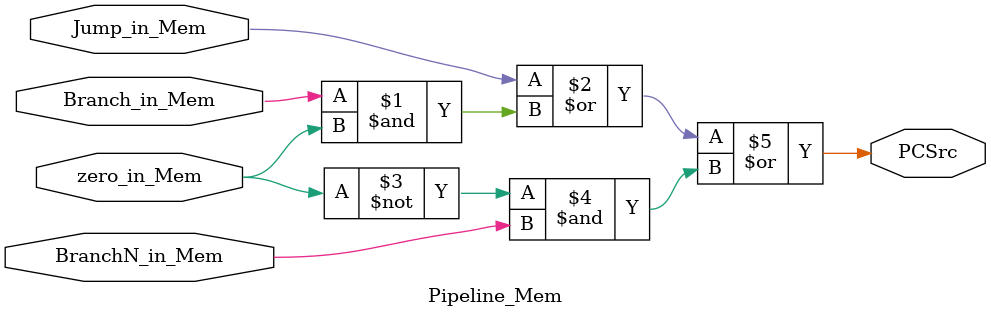
<source format=v>
`timescale 1ns / 1ps


module Pipeline_Mem(
    input zero_in_Mem,
    input Branch_in_Mem,
    input BranchN_in_Mem,
    input Jump_in_Mem,
    output PCSrc
    );

    assign PCSrc = Jump_in_Mem | (Branch_in_Mem & zero_in_Mem) | ((~zero_in_Mem) & BranchN_in_Mem);

endmodule
</source>
